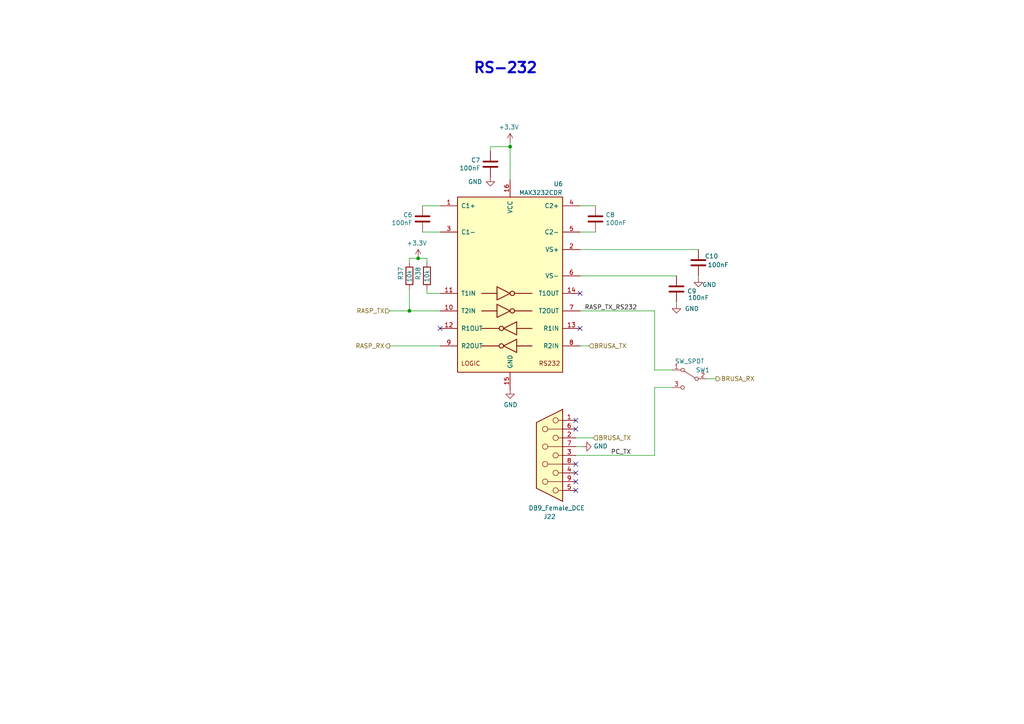
<source format=kicad_sch>
(kicad_sch (version 20211123) (generator eeschema)
  (paper "A4")
  (lib_symbols
    (symbol "Connector:DB9_Female" (pin_names (offset 1.016) hide)
      (property "Reference" "J" (at 0 13.97 0))
      (property "Value" "DB9_Female" (at 0 -14.605 0))
      (symbol "DB9_Female_0_1"
        (circle (center -1.778 -10.16) (radius 0.762))
        (circle (center -1.778 -5.08) (radius 0.762))
        (circle (center -1.778 0) (radius 0.762))
        (circle (center -1.778 5.08) (radius 0.762))
        (circle (center -1.778 10.16) (radius 0.762))
        (polyline (pts (xy -3.81 -10.16) (xy -2.54 -10.16)))
        (polyline (pts (xy -3.81 -7.62) (xy 0.508 -7.62)))
        (polyline (pts (xy -3.81 -5.08) (xy -2.54 -5.08)))
        (polyline (pts (xy -3.81 -2.54) (xy 0.508 -2.54)))
        (polyline (pts (xy -3.81 0) (xy -2.54 0)))
        (polyline (pts (xy -3.81 2.54) (xy 0.508 2.54)))
        (polyline (pts (xy -3.81 5.08) (xy -2.54 5.08)))
        (polyline (pts (xy -3.81 7.62) (xy 0.508 7.62)))
        (polyline (pts (xy -3.81 10.16) (xy -2.54 10.16)))
        (polyline (pts (xy -3.81 13.335) (xy -3.81 -13.335) (xy 3.81 -9.525) (xy 3.81 9.525) (xy -3.81 13.335)) (stroke (width 0.254)) (fill (type background)))
        (circle (center 1.27 -7.62) (radius 0.762))
        (circle (center 1.27 -2.54) (radius 0.762))
        (circle (center 1.27 2.54) (radius 0.762))
        (circle (center 1.27 7.62) (radius 0.762))
      )
      (symbol "DB9_Female_1_1"
        (pin passive line (at -7.62 10.16 0) (length 3.81) (name "1") (number "1"))
        (pin passive line (at -7.62 5.08 0) (length 3.81) (name "2") (number "2"))
        (pin passive line (at -7.62 0 0) (length 3.81) (name "3") (number "3"))
        (pin passive line (at -7.62 -5.08 0) (length 3.81) (name "4") (number "4"))
        (pin passive line (at -7.62 -10.16 0) (length 3.81) (name "5") (number "5"))
        (pin passive line (at -7.62 7.62 0) (length 3.81) (name "6") (number "6"))
        (pin passive line (at -7.62 2.54 0) (length 3.81) (name "7") (number "7"))
        (pin passive line (at -7.62 -2.54 0) (length 3.81) (name "8") (number "8"))
        (pin passive line (at -7.62 -7.62 0) (length 3.81) (name "9") (number "9"))
      )
    )
    (symbol "Device:C" (pin_numbers hide) (pin_names (offset 0.254))
      (property "Reference" "C" (at 0.635 2.54 0))
      (property "Value" "C" (at 0.635 -2.54 0))
      (symbol "C_0_1"
        (polyline (pts (xy -2.032 -0.762) (xy 2.032 -0.762)) (stroke (width 0.508)))
        (polyline (pts (xy -2.032 0.762) (xy 2.032 0.762)) (stroke (width 0.508)))
      )
      (symbol "C_1_1"
        (pin passive line (at 0 3.81 270) (length 2.794) (name "~") (number "1"))
        (pin passive line (at 0 -3.81 90) (length 2.794) (name "~") (number "2"))
      )
    )
    (symbol "Device:R" (pin_numbers hide) (pin_names (offset 0))
      (property "Reference" "R" (at 2.032 0 90))
      (property "Value" "R" (at 0 0 90))
      (symbol "R_0_1"
        (rectangle (start -1.016 -2.54) (end 1.016 2.54) (stroke (width 0.254)))
      )
      (symbol "R_1_1"
        (pin passive line (at 0 3.81 270) (length 1.27) (name "~") (number "1"))
        (pin passive line (at 0 -3.81 90) (length 1.27) (name "~") (number "2"))
      )
    )
    (symbol "Interface_UART:MAX3232" (pin_names (offset 1.016))
      (property "Reference" "U" (at -2.54 28.575 0))
      (property "Value" "MAX3232" (at -2.54 26.67 0))
      (symbol "MAX3232_0_0"
        (text "LOGIC" (at -11.43 -22.86 0) (effects (font (size 1.27 1.27))))
        (text "RS232" (at 11.43 -22.86 0) (effects (font (size 1.27 1.27))))
      )
      (symbol "MAX3232_0_1"
        (rectangle (start -15.24 -25.4) (end 15.24 25.4) (stroke (width 0.254)) (fill (type background)))
        (circle (center -2.54 -17.78) (radius 0.635) (stroke (width 0.254)))
        (circle (center -2.54 -12.7) (radius 0.635) (stroke (width 0.254)))
        (polyline (pts (xy -3.81 -7.62) (xy -8.255 -7.62)) (stroke (width 0.254)))
        (polyline (pts (xy -3.81 -2.54) (xy -8.255 -2.54)) (stroke (width 0.254)))
        (polyline (pts (xy -3.175 -17.78) (xy -8.255 -17.78)) (stroke (width 0.254)))
        (polyline (pts (xy -3.175 -12.7) (xy -8.255 -12.7)) (stroke (width 0.254)))
        (polyline (pts (xy 1.27 -7.62) (xy 6.35 -7.62)) (stroke (width 0.254)))
        (polyline (pts (xy 1.27 -2.54) (xy 6.35 -2.54)) (stroke (width 0.254)))
        (polyline (pts (xy 1.905 -17.78) (xy 6.35 -17.78)) (stroke (width 0.254)))
        (polyline (pts (xy 1.905 -12.7) (xy 6.35 -12.7)) (stroke (width 0.254)))
        (polyline (pts (xy -3.81 -5.715) (xy -3.81 -9.525) (xy 0 -7.62) (xy -3.81 -5.715)) (stroke (width 0.254)))
        (polyline (pts (xy -3.81 -0.635) (xy -3.81 -4.445) (xy 0 -2.54) (xy -3.81 -0.635)) (stroke (width 0.254)))
        (polyline (pts (xy 1.905 -15.875) (xy 1.905 -19.685) (xy -1.905 -17.78) (xy 1.905 -15.875)) (stroke (width 0.254)))
        (polyline (pts (xy 1.905 -10.795) (xy 1.905 -14.605) (xy -1.905 -12.7) (xy 1.905 -10.795)) (stroke (width 0.254)))
        (circle (center 0.635 -7.62) (radius 0.635) (stroke (width 0.254)))
        (circle (center 0.635 -2.54) (radius 0.635) (stroke (width 0.254)))
      )
      (symbol "MAX3232_1_1"
        (pin passive line (at -20.32 22.86 0) (length 5.08) (name "C1+") (number "1"))
        (pin input line (at -20.32 -7.62 0) (length 5.08) (name "T2IN") (number "10"))
        (pin input line (at -20.32 -2.54 0) (length 5.08) (name "T1IN") (number "11"))
        (pin output line (at -20.32 -12.7 0) (length 5.08) (name "R1OUT") (number "12"))
        (pin input line (at 20.32 -12.7 180) (length 5.08) (name "R1IN") (number "13"))
        (pin output line (at 20.32 -2.54 180) (length 5.08) (name "T1OUT") (number "14"))
        (pin power_in line (at 0 -30.48 90) (length 5.08) (name "GND") (number "15"))
        (pin power_in line (at 0 30.48 270) (length 5.08) (name "VCC") (number "16"))
        (pin power_out line (at 20.32 10.16 180) (length 5.08) (name "VS+") (number "2"))
        (pin passive line (at -20.32 15.24 0) (length 5.08) (name "C1-") (number "3"))
        (pin passive line (at 20.32 22.86 180) (length 5.08) (name "C2+") (number "4"))
        (pin passive line (at 20.32 15.24 180) (length 5.08) (name "C2-") (number "5"))
        (pin power_out line (at 20.32 2.54 180) (length 5.08) (name "VS-") (number "6"))
        (pin output line (at 20.32 -7.62 180) (length 5.08) (name "T2OUT") (number "7"))
        (pin input line (at 20.32 -17.78 180) (length 5.08) (name "R2IN") (number "8"))
        (pin output line (at -20.32 -17.78 0) (length 5.08) (name "R2OUT") (number "9"))
      )
    )
    (symbol "Switch:SW_SPDT" (pin_names (offset 0) hide)
      (property "Reference" "SW" (at 0 4.318 0))
      (property "Value" "SW_SPDT" (at 0 -5.08 0))
      (symbol "SW_SPDT_0_0"
        (circle (center -2.032 0) (radius 0.508))
        (circle (center 2.032 -2.54) (radius 0.508))
      )
      (symbol "SW_SPDT_0_1"
        (polyline (pts (xy -1.524 0.254) (xy 1.651 2.286)))
        (circle (center 2.032 2.54) (radius 0.508))
      )
      (symbol "SW_SPDT_1_1"
        (pin passive line (at 5.08 2.54 180) (length 2.54) (name "A") (number "1"))
        (pin passive line (at -5.08 0 0) (length 2.54) (name "B") (number "2"))
        (pin passive line (at 5.08 -2.54 180) (length 2.54) (name "C") (number "3"))
      )
    )
    (symbol "power:+3.3V" (power) (pin_names (offset 0))
      (property "Value" "+3.3V" (at 0 3.556 0))
      (symbol "+3.3V_0_1"
        (polyline (pts (xy -0.762 1.27) (xy 0 2.54)))
        (polyline (pts (xy 0 0) (xy 0 2.54)))
        (polyline (pts (xy 0 2.54) (xy 0.762 1.27)))
      )
      (symbol "+3.3V_1_1"
        (pin power_in line (at 0 0 90) (length 0) hide (name "+3.3V") (number "1"))
      )
    )
    (symbol "power:GND" (power) (pin_names (offset 0))
      (property "Value" "GND" (at 0 -3.81 0))
      (symbol "GND_0_1"
        (polyline (pts (xy 0 0) (xy 0 -1.27) (xy 1.27 -1.27) (xy 0 -2.54) (xy -1.27 -1.27) (xy 0 -1.27)))
      )
      (symbol "GND_1_1"
        (pin power_in line (at 0 0 270) (length 0) hide (name "GND") (number "1"))
      )
    )
  )
  (junction (at 147.955 42.545))
  (junction (at 118.745 90.17))
  (junction (at 121.285 74.93))
  (no_connect (at 167.005 134.62))
  (no_connect (at 167.005 121.92))
  (no_connect (at 127.635 95.25))
  (no_connect (at 167.005 142.24))
  (no_connect (at 168.275 85.09))
  (no_connect (at 168.275 95.25))
  (no_connect (at 167.005 139.7))
  (no_connect (at 167.005 137.16))
  (no_connect (at 167.005 124.46))
  (wire (pts (xy 168.275 72.39) (xy 202.565 72.39)))
  (wire (pts (xy 142.24 43.815) (xy 142.24 42.545)))
  (wire (pts (xy 189.865 90.17) (xy 189.865 107.315)))
  (wire (pts (xy 118.745 74.93) (xy 118.745 76.2)))
  (wire (pts (xy 168.275 67.31) (xy 172.72 67.31)))
  (wire (pts (xy 172.72 59.69) (xy 168.275 59.69)))
  (wire (pts (xy 205.105 109.855) (xy 207.645 109.855)))
  (wire (pts (xy 118.745 90.17) (xy 118.745 83.82)))
  (wire (pts (xy 147.955 42.545) (xy 147.955 52.07)))
  (wire (pts (xy 202.565 80.01) (xy 202.565 80.645)))
  (wire (pts (xy 113.03 100.33) (xy 127.635 100.33)))
  (wire (pts (xy 168.275 100.33) (xy 170.815 100.33)))
  (wire (pts (xy 123.825 76.2) (xy 123.825 74.93)))
  (wire (pts (xy 189.865 107.315) (xy 194.945 107.315)))
  (wire (pts (xy 147.955 41.275) (xy 147.955 42.545)))
  (wire (pts (xy 189.865 112.395) (xy 194.945 112.395)))
  (wire (pts (xy 196.215 87.63) (xy 196.215 88.265)))
  (wire (pts (xy 118.745 90.17) (xy 127.635 90.17)))
  (wire (pts (xy 142.24 42.545) (xy 147.955 42.545)))
  (wire (pts (xy 123.825 85.09) (xy 123.825 83.82)))
  (wire (pts (xy 167.005 132.08) (xy 189.865 132.08)))
  (wire (pts (xy 121.285 74.93) (xy 118.745 74.93)))
  (wire (pts (xy 168.275 80.01) (xy 196.215 80.01)))
  (wire (pts (xy 122.555 67.31) (xy 127.635 67.31)))
  (wire (pts (xy 113.03 90.17) (xy 118.745 90.17)))
  (wire (pts (xy 189.865 132.08) (xy 189.865 112.395)))
  (wire (pts (xy 167.005 129.54) (xy 168.91 129.54)))
  (wire (pts (xy 167.005 127) (xy 172.085 127)))
  (wire (pts (xy 123.825 74.93) (xy 121.285 74.93)))
  (wire (pts (xy 127.635 85.09) (xy 123.825 85.09)))
  (wire (pts (xy 168.275 90.17) (xy 189.865 90.17)))
  (wire (pts (xy 127.635 59.69) (xy 122.555 59.69)))
  (text "RS-232" (at 137.16 21.59 0) (effects (font (size 2.9972 2.9972) (thickness 0.5994) bold) (justify left bottom)))
  (label "PC_TX" (at 177.165 132.08 0))
  (label "RASP_TX_RS232" (at 169.545 90.17 0))
  (hierarchical_label "BRUSA_RX" (shape output) (at 207.645 109.855 0))
  (hierarchical_label "BRUSA_TX" (shape input) (at 172.085 127 0))
  (hierarchical_label "BRUSA_TX" (shape input) (at 170.815 100.33 0))
  (hierarchical_label "RASP_RX" (shape output) (at 113.03 100.33 180))
  (hierarchical_label "RASP_TX" (shape input) (at 113.03 90.17 180))
  (symbol (lib_id "power:+3.3V") (at 121.285 74.93 0) (mirror y) (unit 1)
    (property "Reference" "#PWR0174" (effects hide))
    (property "Value" "+3.3V" (at 120.904 70.5358 0))
  )
  (symbol (lib_id "Device:C") (at 172.72 63.5 0) (unit 1)
    (property "Reference" "C8" (at 175.641 62.3316 0) (effects (justify left)))
    (property "Value" "100nF" (at 175.641 64.643 0) (effects (justify left)))
    (property "Footprint" "Resistor_SMD:R_0603_1608Metric" (effects hide))
  )
  (symbol (lib_id "power:GND") (at 168.91 129.54 90) (unit 1)
    (property "Reference" "#PWR0179" (effects hide))
    (property "Value" "GND" (at 172.1612 129.413 90) (effects (justify right)))
  )
  (symbol (lib_id "Device:R") (at 123.825 80.01 0) (unit 1)
    (property "Reference" "R38" (at 121.285 81.28 90) (effects (justify left)))
    (property "Value" "10k" (at 123.825 81.915 90) (effects (justify left)))
    (property "Footprint" "Resistor_SMD:R_0603_1608Metric" (effects hide))
  )
  (symbol (lib_id "Device:C") (at 122.555 63.5 0) (mirror y) (unit 1)
    (property "Reference" "C6" (at 119.634 62.3316 0) (effects (justify left)))
    (property "Value" "100nF" (at 119.634 64.643 0) (effects (justify left)))
    (property "Footprint" "Resistor_SMD:R_0603_1608Metric" (effects hide))
  )
  (symbol (lib_id "Device:C") (at 142.24 47.625 0) (mirror y) (unit 1)
    (property "Reference" "C7" (at 139.319 46.4566 0) (effects (justify left)))
    (property "Value" "100nF" (at 139.319 48.768 0) (effects (justify left)))
    (property "Footprint" "Resistor_SMD:R_0603_1608Metric" (effects hide))
  )
  (symbol (lib_id "power:+3.3V") (at 147.955 41.275 0) (mirror y) (unit 1)
    (property "Reference" "#PWR0176" (effects hide))
    (property "Value" "+3.3V" (at 147.574 36.8808 0))
  )
  (symbol (lib_id "Device:C") (at 202.565 76.2 0) (mirror y) (unit 1)
    (property "Reference" "C10" (at 206.375 74.295 0))
    (property "Value" "100nF" (at 208.28 76.835 0))
    (property "Footprint" "Resistor_SMD:R_0603_1608Metric" (effects hide))
  )
  (symbol (lib_id "Interface_UART:MAX3232") (at 147.955 82.55 0) (unit 1)
    (property "Reference" "U6" (at 161.925 53.34 0))
    (property "Value" "MAX3232CDR" (at 156.845 55.88 0))
    (property "Footprint" "Package_SO:SOIC-16_3.9x9.9mm_P1.27mm" (effects hide))
    (property "Datasheet" "datasheets/max3222-max3241.pdf" (effects hide))
  )
  (symbol (lib_id "Device:C") (at 196.215 83.82 0) (mirror y) (unit 1)
    (property "Reference" "C9" (at 200.66 84.455 0))
    (property "Value" "100nF" (at 202.565 86.36 0))
    (property "Footprint" "Resistor_SMD:R_0603_1608Metric" (effects hide))
  )
  (symbol (lib_id "power:GND") (at 142.24 51.435 0) (unit 1)
    (property "Reference" "#PWR0175" (effects hide))
    (property "Value" "GND" (at 137.795 52.705 0))
  )
  (symbol (lib_id "Device:R") (at 118.745 80.01 0) (unit 1)
    (property "Reference" "R37" (at 116.205 81.28 90) (effects (justify left)))
    (property "Value" "10k" (at 118.745 81.915 90) (effects (justify left)))
    (property "Footprint" "Resistor_SMD:R_0603_1608Metric" (effects hide))
  )
  (symbol (lib_id "power:GND") (at 196.215 88.265 0) (unit 1)
    (property "Reference" "#PWR0177" (effects hide))
    (property "Value" "GND" (at 200.66 89.535 0))
  )
  (symbol (lib_id "Connector:DB9_Female") (at 159.385 132.08 0) (mirror y) (unit 1)
    (property "Reference" "J22" (at 159.385 149.86 0))
    (property "Value" "DB9_Female_DCE" (at 161.4678 147.3454 0))
    (property "Footprint" "Connector_Dsub:DSUB-9_Female_Horizontal_P2.77x2.84mm_EdgePinOffset7.70mm_Housed_MountingHolesOffset9.12mm" (effects hide))
    (property "Datasheet" "https://www.mouser.it/ProductDetail/TE-Connectivity/2311765-1?qs=sGAEpiMZZMuCYX%2F97lp%252BMd3rBgv0qTySLNdgjKGQMkd7W37zn6jYCg%3D%3D" (effects hide))
    (property "Mouser" "https://www.mouser.it/ProductDetail/TE-Connectivity/2311765-1?qs=sGAEpiMZZMuCYX%2F97lp%252BMd3rBgv0qTySLNdgjKGQMkd7W37zn6jYCg%3D%3D" (effects hide))
  )
  (symbol (lib_id "Switch:SW_SPDT") (at 200.025 109.855 0) (mirror y) (unit 1)
    (property "Reference" "SW1" (at 203.835 107.315 0))
    (property "Value" "SW_SPDT" (at 200.025 104.775 0))
    (property "Footprint" "Button_Switch_THT:SW_E-Switch_EG1224_SPDT_Angled" (effects hide))
  )
  (symbol (lib_id "power:GND") (at 202.565 80.645 0) (unit 1)
    (property "Reference" "#PWR0178" (effects hide))
    (property "Value" "GND" (at 205.74 82.55 0))
  )
  (symbol (lib_id "power:GND") (at 147.955 113.03 0) (unit 1)
    (property "Reference" "#PWR0180" (effects hide))
    (property "Value" "GND" (at 148.082 117.4242 0))
  )
)
</source>
